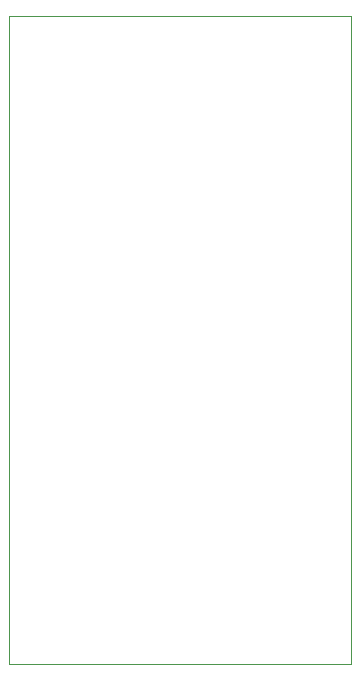
<source format=gbr>
%TF.GenerationSoftware,KiCad,Pcbnew,7.0.8*%
%TF.CreationDate,2023-11-05T01:10:31+09:00*%
%TF.ProjectId,BBM-RP2040,42424d2d-5250-4323-9034-302e6b696361,rev?*%
%TF.SameCoordinates,Original*%
%TF.FileFunction,Profile,NP*%
%FSLAX46Y46*%
G04 Gerber Fmt 4.6, Leading zero omitted, Abs format (unit mm)*
G04 Created by KiCad (PCBNEW 7.0.8) date 2023-11-05 01:10:31*
%MOMM*%
%LPD*%
G01*
G04 APERTURE LIST*
%TA.AperFunction,Profile*%
%ADD10C,0.100000*%
%TD*%
G04 APERTURE END LIST*
D10*
X155702000Y-56134000D02*
X184658000Y-56134000D01*
X184658000Y-110998000D01*
X155702000Y-110998000D01*
X155702000Y-56134000D01*
M02*

</source>
